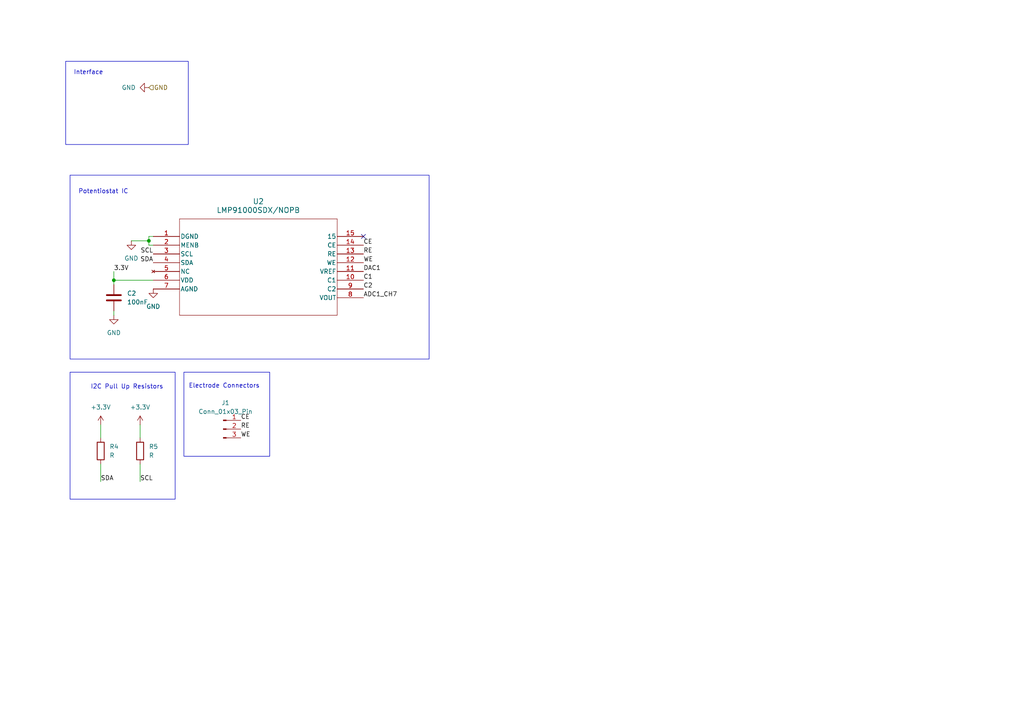
<source format=kicad_sch>
(kicad_sch (version 20250114) (generator "eeschema") (generator_version "9.0")
  (paper "A4")
  (lib_symbols
    (symbol "Connector:Conn_01x03_Pin" (pin_names (offset 1.016) (hide yes))
      (property "Reference" "J" (at 0 5.08 0))
      (property "Value" "Conn_01x03_Pin" (at 0 -5.08 0))
      (symbol "Conn_01x03_Pin_1_1"
        (rectangle (start 0.8636 2.667) (end 0 2.413) (stroke (width 0.1524)) (fill (type outline)))
        (rectangle (start 0.8636 0.127) (end 0 -0.127) (stroke (width 0.1524)) (fill (type outline)))
        (rectangle (start 0.8636 -2.413) (end 0 -2.667) (stroke (width 0.1524)) (fill (type outline)))
        (polyline (pts (xy 1.27 2.54) (xy 0.8636 2.54)) (stroke (width 0.1524)))
        (polyline (pts (xy 1.27 0) (xy 0.8636 0)) (stroke (width 0.1524)))
        (polyline (pts (xy 1.27 -2.54) (xy 0.8636 -2.54)) (stroke (width 0.1524)))
        (pin passive line (at 5.08 2.54 180) (length 3.81) (name "Pin_1") (number "1"))
        (pin passive line (at 5.08 0 180) (length 3.81) (name "Pin_2") (number "2"))
        (pin passive line (at 5.08 -2.54 180) (length 3.81) (name "Pin_3") (number "3"))
      )
    )
    (symbol "Device:C" (pin_numbers (hide yes)) (pin_names (offset 0.254))
      (property "Reference" "C" (at 0.635 2.54 0))
      (property "Value" "C" (at 0.635 -2.54 0))
      (symbol "C_0_1"
        (polyline (pts (xy -2.032 0.762) (xy 2.032 0.762)) (stroke (width 0.508)))
        (polyline (pts (xy -2.032 -0.762) (xy 2.032 -0.762)) (stroke (width 0.508)))
      )
      (symbol "C_1_1"
        (pin passive line (at 0 3.81 270) (length 2.794) (name "~") (number "1"))
        (pin passive line (at 0 -3.81 90) (length 2.794) (name "~") (number "2"))
      )
    )
    (symbol "Device:R" (pin_numbers (hide yes)) (pin_names (offset 0))
      (property "Reference" "R" (at 2.032 0 90))
      (property "Value" "R" (at 0 0 90))
      (symbol "R_0_1"
        (rectangle (start -1.016 -2.54) (end 1.016 2.54) (stroke (width 0.254)))
      )
      (symbol "R_1_1"
        (pin passive line (at 0 3.81 270) (length 1.27) (name "~") (number "1"))
        (pin passive line (at 0 -3.81 90) (length 1.27) (name "~") (number "2"))
      )
    )
    (symbol "LMP91000SDX:LMP91000SDX_NOPB" (pin_names (offset 0.254))
      (property "Reference" "U" (at 30.48 10.16 0))
      (property "Value" "LMP91000SDX/NOPB" (at 30.48 7.62 0))
      (symbol "LMP91000SDX_NOPB_0_1"
        (polyline (pts (xy 7.62 5.08) (xy 7.62 -22.86)) (stroke (width 0.127)))
        (polyline (pts (xy 7.62 -22.86) (xy 53.34 -22.86)) (stroke (width 0.127)))
        (polyline (pts (xy 53.34 5.08) (xy 7.62 5.08)) (stroke (width 0.127)))
        (polyline (pts (xy 53.34 -22.86) (xy 53.34 5.08)) (stroke (width 0.127)))
        (pin power_in line (at 0 0 0) (length 7.62) (name "DGND") (number "1"))
        (pin unspecified line (at 0 -2.54 0) (length 7.62) (name "MENB") (number "2"))
        (pin unspecified line (at 0 -5.08 0) (length 7.62) (name "SCL") (number "3"))
        (pin unspecified line (at 0 -7.62 0) (length 7.62) (name "SDA") (number "4"))
        (pin no_connect line (at 0 -10.16 0) (length 7.62) (name "NC") (number "5"))
        (pin power_in line (at 0 -12.7 0) (length 7.62) (name "VDD") (number "6"))
        (pin power_in line (at 0 -15.24 0) (length 7.62) (name "AGND") (number "7"))
        (pin unspecified line (at 60.96 0 180) (length 7.62) (name "15") (number "15"))
        (pin output line (at 60.96 -2.54 180) (length 7.62) (name "CE") (number "14"))
        (pin input line (at 60.96 -5.08 180) (length 7.62) (name "RE") (number "13"))
        (pin output line (at 60.96 -7.62 180) (length 7.62) (name "WE") (number "12"))
        (pin input line (at 60.96 -10.16 180) (length 7.62) (name "VREF") (number "11"))
        (pin unspecified line (at 60.96 -12.7 180) (length 7.62) (name "C1") (number "10"))
        (pin unspecified line (at 60.96 -15.24 180) (length 7.62) (name "C2") (number "9"))
        (pin output line (at 60.96 -17.78 180) (length 7.62) (name "VOUT") (number "8"))
      )
    )
    (symbol "power:+3.3V" (power) (pin_numbers (hide yes)) (pin_names (offset 0) (hide yes))
      (property "Value" "+3.3V" (at 0 3.556 0))
      (symbol "+3.3V_0_1"
        (polyline (pts (xy -0.762 1.27) (xy 0 2.54)))
        (polyline (pts (xy 0 2.54) (xy 0.762 1.27)))
        (polyline (pts (xy 0 0) (xy 0 2.54)))
      )
      (symbol "+3.3V_1_1"
        (pin power_in line (at 0 0 90) (length 0) (name "~") (number "1"))
      )
    )
    (symbol "power:GND" (power) (pin_numbers (hide yes)) (pin_names (offset 0) (hide yes))
      (property "Value" "GND" (at 0 -3.81 0))
      (symbol "GND_0_1"
        (polyline (pts (xy 0 0) (xy 0 -1.27) (xy 1.27 -1.27) (xy 0 -2.54) (xy -1.27 -1.27) (xy 0 -1.27)))
      )
      (symbol "GND_1_1"
        (pin power_in line (at 0 0 270) (length 0) (name "~") (number "1"))
      )
    )
  )
  (rectangle (start 20.32 50.8) (end 124.46 104.14))
  (rectangle (start 53.34 107.95) (end 78.232 132.334))
  (rectangle (start 20.32 107.95) (end 50.8 144.78))
  (rectangle (start 19.05 17.78) (end 54.61 41.91))
  (text "Potentiostat IC" (at 29.972 55.626 0) (effects (font (size 1.27 1.27))))
  (text "I2C Pull Up Resistors" (at 36.83 112.268 0) (effects (font (size 1.27 1.27))))
  (text "Interface" (at 25.654 21.082 0) (effects (font (size 1.27 1.27))))
  (text "Electrode Connectors" (at 65.024 112.014 0) (effects (font (size 1.27 1.27))))
  (junction (at 43.18 69.85))
  (junction (at 33.02 81.28))
  (no_connect (at 105.41 68.58))
  (wire (pts (xy 33.02 90.17) (xy 33.02 91.44)))
  (wire (pts (xy 44.45 71.12) (xy 43.18 71.12)))
  (wire (pts (xy 33.02 81.28) (xy 44.45 81.28)))
  (wire (pts (xy 43.18 68.58) (xy 44.45 68.58)))
  (wire (pts (xy 29.21 123.19) (xy 29.21 127)))
  (wire (pts (xy 43.18 69.85) (xy 43.18 71.12)))
  (wire (pts (xy 40.64 134.62) (xy 40.64 139.7)))
  (wire (pts (xy 33.02 78.74) (xy 33.02 81.28)))
  (wire (pts (xy 43.18 68.58) (xy 43.18 69.85)))
  (wire (pts (xy 29.21 134.62) (xy 29.21 139.7)))
  (wire (pts (xy 38.1 69.85) (xy 43.18 69.85)))
  (wire (pts (xy 40.64 123.19) (xy 40.64 127)))
  (wire (pts (xy 33.02 81.28) (xy 33.02 82.55)))
  (label "SDA" (at 44.45 76.2 180))
  (label "3.3V" (at 33.02 78.74 0))
  (label "C2" (at 105.41 83.82 0))
  (label "RE" (at 69.85 124.46 0))
  (label "ADC1_CH7" (at 105.41 86.36 0))
  (label "SCL" (at 44.45 73.66 180))
  (label "C1" (at 105.41 81.28 0))
  (label "SDA" (at 29.21 139.7 0))
  (label "WE" (at 105.41 76.2 0))
  (label "DAC1" (at 105.41 78.74 0))
  (label "RE" (at 105.41 73.66 0))
  (label "WE" (at 69.85 127 0))
  (label "CE" (at 105.41 71.12 0))
  (label "SCL" (at 40.64 139.7 0))
  (label "CE" (at 69.85 121.92 0))
  (hierarchical_label "GND" (shape input) (at 43.18 25.4 0))
  (symbol (lib_id "Connector:Conn_01x03_Pin") (at 64.77 124.46 0) (unit 1)
    (property "Reference" "J1" (at 65.405 116.84 0))
    (property "Value" "Conn_01x03_Pin" (at 65.405 119.38 0))
    (property "Description" "Generic connector, single row, 01x03, script generated" (effects (hide yes)))
  )
  (symbol (lib_id "Device:R") (at 40.64 130.81 0) (unit 1)
    (property "Reference" "R5" (at 43.18 129.5399 0) (effects (justify left)))
    (property "Value" "R" (at 43.18 132.0799 0) (effects (justify left)))
    (property "Description" "Resistor" (effects (hide yes)))
  )
  (symbol (lib_id "LMP91000SDX:LMP91000SDX_NOPB") (at 44.45 68.58 0) (unit 1)
    (property "Reference" "U2" (at 74.93 58.42 0) (effects (font (size 1.524 1.524))))
    (property "Value" "LMP91000SDX/NOPB" (at 74.93 60.96 0) (effects (font (size 1.524 1.524))))
    (property "Footprint" "SDA14B" (effects (hide yes)))
    (property "Datasheet" "LMP91000SDX/NOPB" (effects (hide yes)))
  )
  (symbol (lib_id "power:GND") (at 38.1 69.85 0) (unit 1)
    (property "Reference" "#PWR07" (effects (hide yes)))
    (property "Value" "GND" (at 38.1 74.93 0))
    (property "Description" "Power symbol creates a global label with name \"GND\" , ground" (effects (hide yes)))
  )
  (symbol (lib_id "power:GND") (at 44.45 83.82 0) (unit 1)
    (property "Reference" "#PWR05" (effects (hide yes)))
    (property "Value" "GND" (at 44.45 88.9 0))
    (property "Description" "Power symbol creates a global label with name \"GND\" , ground" (effects (hide yes)))
  )
  (symbol (lib_id "power:GND") (at 33.02 91.44 0) (unit 1)
    (property "Reference" "#PWR06" (effects (hide yes)))
    (property "Value" "GND" (at 33.02 96.52 0))
    (property "Description" "Power symbol creates a global label with name \"GND\" , ground" (effects (hide yes)))
  )
  (symbol (lib_id "Device:R") (at 29.21 130.81 0) (unit 1)
    (property "Reference" "R4" (at 31.75 129.5399 0) (effects (justify left)))
    (property "Value" "R" (at 31.75 132.0799 0) (effects (justify left)))
    (property "Description" "Resistor" (effects (hide yes)))
  )
  (symbol (lib_id "power:GND") (at 43.18 25.4 270) (unit 1)
    (property "Reference" "#PWR08" (effects (hide yes)))
    (property "Value" "GND" (at 39.37 25.3999 90) (effects (justify right)))
    (property "Description" "Power symbol creates a global label with name \"GND\" , ground" (effects (hide yes)))
  )
  (symbol (lib_id "Device:C") (at 33.02 86.36 0) (unit 1)
    (property "Reference" "C2" (at 36.83 85.0899 0) (effects (justify left)))
    (property "Value" "100nF" (at 36.83 87.6299 0) (effects (justify left)))
    (property "Description" "Unpolarized capacitor" (effects (hide yes)))
  )
  (symbol (lib_id "power:+3.3V") (at 40.64 123.19 0) (unit 1)
    (property "Reference" "#PWR017" (effects (hide yes)))
    (property "Value" "+3.3V" (at 40.64 118.11 0))
    (property "Description" "Power symbol creates a global label with name \"+3.3V\"" (effects (hide yes)))
  )
  (symbol (lib_id "power:+3.3V") (at 29.21 123.19 0) (unit 1)
    (property "Reference" "#PWR016" (effects (hide yes)))
    (property "Value" "+3.3V" (at 29.21 118.11 0))
    (property "Description" "Power symbol creates a global label with name \"+3.3V\"" (effects (hide yes)))
  )
)
</source>
